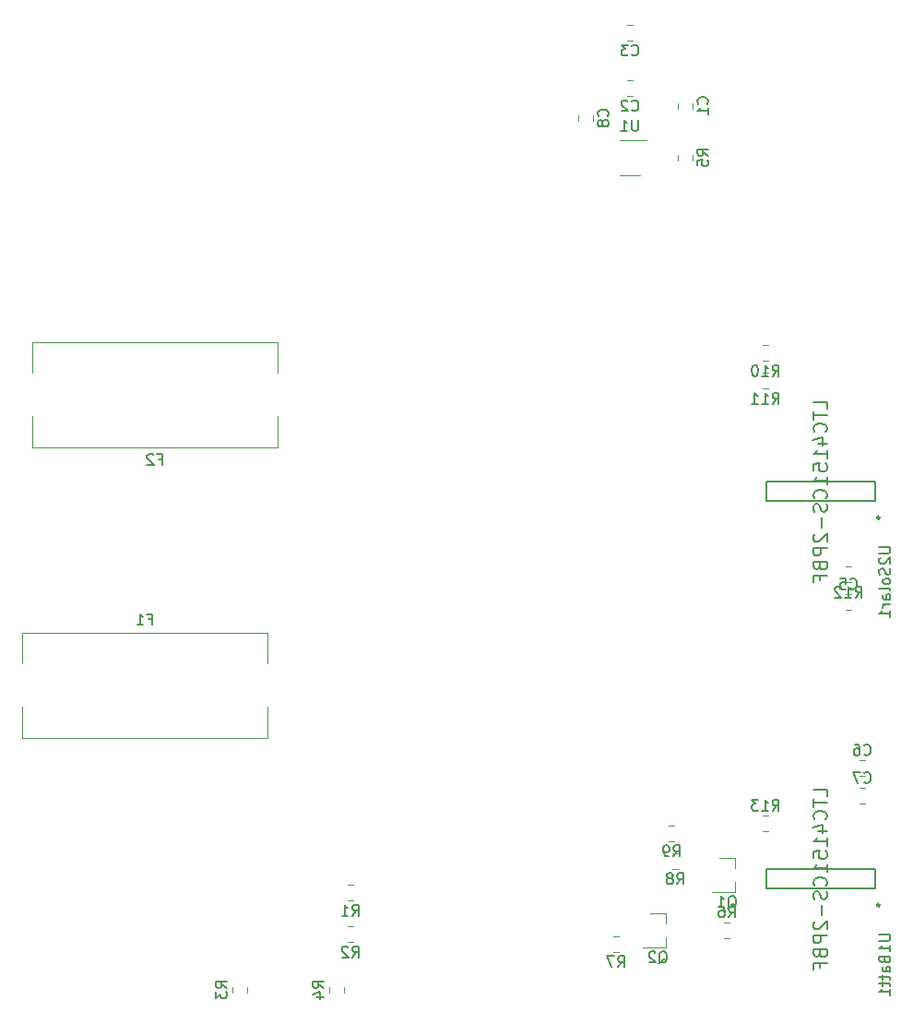
<source format=gbr>
G04 #@! TF.GenerationSoftware,KiCad,Pcbnew,5.0.2+dfsg1-1*
G04 #@! TF.CreationDate,2021-02-19T18:08:43-07:00*
G04 #@! TF.ProjectId,smart_battery,736d6172-745f-4626-9174-746572792e6b,rev?*
G04 #@! TF.SameCoordinates,Original*
G04 #@! TF.FileFunction,Legend,Bot*
G04 #@! TF.FilePolarity,Positive*
%FSLAX46Y46*%
G04 Gerber Fmt 4.6, Leading zero omitted, Abs format (unit mm)*
G04 Created by KiCad (PCBNEW 5.0.2+dfsg1-1) date Fri 19 Feb 2021 06:08:43 PM MST*
%MOMM*%
%LPD*%
G01*
G04 APERTURE LIST*
%ADD10C,0.120000*%
%ADD11C,0.150000*%
%ADD12C,0.249999*%
G04 APERTURE END LIST*
D10*
G04 #@! TO.C,C5*
X109478578Y-75640000D02*
X108961422Y-75640000D01*
X109478578Y-74220000D02*
X108961422Y-74220000D01*
G04 #@! TO.C,C6*
X110748578Y-89460000D02*
X110231422Y-89460000D01*
X110748578Y-90880000D02*
X110231422Y-90880000D01*
G04 #@! TO.C,C7*
X110748578Y-93420000D02*
X110231422Y-93420000D01*
X110748578Y-92000000D02*
X110231422Y-92000000D01*
G04 #@! TO.C,C8*
X85800000Y-30738578D02*
X85800000Y-30221422D01*
X84380000Y-30738578D02*
X84380000Y-30221422D01*
G04 #@! TO.C,F2*
X34290000Y-51080000D02*
X34290000Y-53880000D01*
X34290000Y-51080000D02*
X56790000Y-51080000D01*
X34290000Y-60680000D02*
X56790000Y-60680000D01*
X34290000Y-57880000D02*
X34290000Y-60680000D01*
X56790000Y-57880000D02*
X56790000Y-60680000D01*
X56790000Y-51080000D02*
X56790000Y-53880000D01*
G04 #@! TO.C,F1*
X33380000Y-87350000D02*
X33380000Y-84550000D01*
X33380000Y-80550000D02*
X33380000Y-77750000D01*
X55880000Y-80550000D02*
X55880000Y-77750000D01*
X55880000Y-77750000D02*
X33380000Y-77750000D01*
X55880000Y-87350000D02*
X33380000Y-87350000D01*
X55880000Y-87350000D02*
X55880000Y-84550000D01*
G04 #@! TO.C,R10*
X101341422Y-51360000D02*
X101858578Y-51360000D01*
X101341422Y-52780000D02*
X101858578Y-52780000D01*
G04 #@! TO.C,R11*
X101341422Y-55320000D02*
X101858578Y-55320000D01*
X101341422Y-53900000D02*
X101858578Y-53900000D01*
G04 #@! TO.C,R12*
X108961422Y-71680000D02*
X109478578Y-71680000D01*
X108961422Y-73100000D02*
X109478578Y-73100000D01*
G04 #@! TO.C,R13*
X101858578Y-94540000D02*
X101341422Y-94540000D01*
X101858578Y-95960000D02*
X101341422Y-95960000D01*
G04 #@! TO.C,C2*
X88893322Y-27045700D02*
X89410478Y-27045700D01*
X88893322Y-28465700D02*
X89410478Y-28465700D01*
G04 #@! TO.C,C3*
X88893322Y-21965700D02*
X89410478Y-21965700D01*
X88893322Y-23385700D02*
X89410478Y-23385700D01*
G04 #@! TO.C,C1*
X93521900Y-29616778D02*
X93521900Y-29099622D01*
X94941900Y-29616778D02*
X94941900Y-29099622D01*
G04 #@! TO.C,Q1*
X98822300Y-98377500D02*
X97362300Y-98377500D01*
X98822300Y-101537500D02*
X96662300Y-101537500D01*
X98822300Y-101537500D02*
X98822300Y-100607500D01*
X98822300Y-98377500D02*
X98822300Y-99307500D01*
G04 #@! TO.C,Q2*
X92472300Y-103457000D02*
X91012300Y-103457000D01*
X92472300Y-106617000D02*
X90312300Y-106617000D01*
X92472300Y-106617000D02*
X92472300Y-105687000D01*
X92472300Y-103457000D02*
X92472300Y-104387000D01*
G04 #@! TO.C,U1*
X88251900Y-32495700D02*
X90701900Y-32495700D01*
X90051900Y-35715700D02*
X88251900Y-35715700D01*
G04 #@! TO.C,R2*
X63241422Y-104700000D02*
X63758578Y-104700000D01*
X63241422Y-106120000D02*
X63758578Y-106120000D01*
G04 #@! TO.C,R9*
X92723722Y-95437500D02*
X93240878Y-95437500D01*
X92723722Y-96857500D02*
X93240878Y-96857500D01*
G04 #@! TO.C,R8*
X93056222Y-97977500D02*
X93573378Y-97977500D01*
X93056222Y-99397500D02*
X93573378Y-99397500D01*
G04 #@! TO.C,R6*
X98320878Y-105747000D02*
X97803722Y-105747000D01*
X98320878Y-104327000D02*
X97803722Y-104327000D01*
G04 #@! TO.C,R5*
X93521900Y-34364278D02*
X93521900Y-33847122D01*
X94941900Y-34364278D02*
X94941900Y-33847122D01*
G04 #@! TO.C,R7*
X87643722Y-105597000D02*
X88160878Y-105597000D01*
X87643722Y-107017000D02*
X88160878Y-107017000D01*
G04 #@! TO.C,R4*
X62940000Y-110231422D02*
X62940000Y-110748578D01*
X61520000Y-110231422D02*
X61520000Y-110748578D01*
G04 #@! TO.C,R3*
X54050000Y-110231422D02*
X54050000Y-110748578D01*
X52630000Y-110231422D02*
X52630000Y-110748578D01*
G04 #@! TO.C,R1*
X63241422Y-100890000D02*
X63758578Y-100890000D01*
X63241422Y-102310000D02*
X63758578Y-102310000D01*
D11*
G04 #@! TO.C,U1Batt1*
X101680000Y-101230001D02*
X111680000Y-101230001D01*
X101680000Y-99429999D02*
X111680000Y-99429999D01*
X111680000Y-101230001D02*
X111680000Y-99429999D01*
X101680000Y-101230001D02*
X101680000Y-99429999D01*
D12*
X112100002Y-102730000D02*
G75*
G03X112100002Y-102730000I-125001J0D01*
G01*
D11*
G04 #@! TO.C,U2Solar1*
X101680000Y-65670001D02*
X111680000Y-65670001D01*
X101680000Y-63869999D02*
X111680000Y-63869999D01*
X111680000Y-65670001D02*
X111680000Y-63869999D01*
X101680000Y-65670001D02*
X101680000Y-63869999D01*
D12*
X112100002Y-67170000D02*
G75*
G03X112100002Y-67170000I-125001J0D01*
G01*
G04 #@! TO.C,C5*
D11*
X109386666Y-73637142D02*
X109434285Y-73684761D01*
X109577142Y-73732380D01*
X109672380Y-73732380D01*
X109815238Y-73684761D01*
X109910476Y-73589523D01*
X109958095Y-73494285D01*
X110005714Y-73303809D01*
X110005714Y-73160952D01*
X109958095Y-72970476D01*
X109910476Y-72875238D01*
X109815238Y-72780000D01*
X109672380Y-72732380D01*
X109577142Y-72732380D01*
X109434285Y-72780000D01*
X109386666Y-72827619D01*
X108481904Y-72732380D02*
X108958095Y-72732380D01*
X109005714Y-73208571D01*
X108958095Y-73160952D01*
X108862857Y-73113333D01*
X108624761Y-73113333D01*
X108529523Y-73160952D01*
X108481904Y-73208571D01*
X108434285Y-73303809D01*
X108434285Y-73541904D01*
X108481904Y-73637142D01*
X108529523Y-73684761D01*
X108624761Y-73732380D01*
X108862857Y-73732380D01*
X108958095Y-73684761D01*
X109005714Y-73637142D01*
G04 #@! TO.C,C6*
X110656666Y-88877142D02*
X110704285Y-88924761D01*
X110847142Y-88972380D01*
X110942380Y-88972380D01*
X111085238Y-88924761D01*
X111180476Y-88829523D01*
X111228095Y-88734285D01*
X111275714Y-88543809D01*
X111275714Y-88400952D01*
X111228095Y-88210476D01*
X111180476Y-88115238D01*
X111085238Y-88020000D01*
X110942380Y-87972380D01*
X110847142Y-87972380D01*
X110704285Y-88020000D01*
X110656666Y-88067619D01*
X109799523Y-87972380D02*
X109990000Y-87972380D01*
X110085238Y-88020000D01*
X110132857Y-88067619D01*
X110228095Y-88210476D01*
X110275714Y-88400952D01*
X110275714Y-88781904D01*
X110228095Y-88877142D01*
X110180476Y-88924761D01*
X110085238Y-88972380D01*
X109894761Y-88972380D01*
X109799523Y-88924761D01*
X109751904Y-88877142D01*
X109704285Y-88781904D01*
X109704285Y-88543809D01*
X109751904Y-88448571D01*
X109799523Y-88400952D01*
X109894761Y-88353333D01*
X110085238Y-88353333D01*
X110180476Y-88400952D01*
X110228095Y-88448571D01*
X110275714Y-88543809D01*
G04 #@! TO.C,C7*
X110656666Y-91417142D02*
X110704285Y-91464761D01*
X110847142Y-91512380D01*
X110942380Y-91512380D01*
X111085238Y-91464761D01*
X111180476Y-91369523D01*
X111228095Y-91274285D01*
X111275714Y-91083809D01*
X111275714Y-90940952D01*
X111228095Y-90750476D01*
X111180476Y-90655238D01*
X111085238Y-90560000D01*
X110942380Y-90512380D01*
X110847142Y-90512380D01*
X110704285Y-90560000D01*
X110656666Y-90607619D01*
X110323333Y-90512380D02*
X109656666Y-90512380D01*
X110085238Y-91512380D01*
G04 #@! TO.C,C8*
X87097142Y-30313333D02*
X87144761Y-30265714D01*
X87192380Y-30122857D01*
X87192380Y-30027619D01*
X87144761Y-29884761D01*
X87049523Y-29789523D01*
X86954285Y-29741904D01*
X86763809Y-29694285D01*
X86620952Y-29694285D01*
X86430476Y-29741904D01*
X86335238Y-29789523D01*
X86240000Y-29884761D01*
X86192380Y-30027619D01*
X86192380Y-30122857D01*
X86240000Y-30265714D01*
X86287619Y-30313333D01*
X86620952Y-30884761D02*
X86573333Y-30789523D01*
X86525714Y-30741904D01*
X86430476Y-30694285D01*
X86382857Y-30694285D01*
X86287619Y-30741904D01*
X86240000Y-30789523D01*
X86192380Y-30884761D01*
X86192380Y-31075238D01*
X86240000Y-31170476D01*
X86287619Y-31218095D01*
X86382857Y-31265714D01*
X86430476Y-31265714D01*
X86525714Y-31218095D01*
X86573333Y-31170476D01*
X86620952Y-31075238D01*
X86620952Y-30884761D01*
X86668571Y-30789523D01*
X86716190Y-30741904D01*
X86811428Y-30694285D01*
X87001904Y-30694285D01*
X87097142Y-30741904D01*
X87144761Y-30789523D01*
X87192380Y-30884761D01*
X87192380Y-31075238D01*
X87144761Y-31170476D01*
X87097142Y-31218095D01*
X87001904Y-31265714D01*
X86811428Y-31265714D01*
X86716190Y-31218095D01*
X86668571Y-31170476D01*
X86620952Y-31075238D01*
G04 #@! TO.C,F2*
X45873333Y-61808571D02*
X46206666Y-61808571D01*
X46206666Y-62332380D02*
X46206666Y-61332380D01*
X45730476Y-61332380D01*
X45397142Y-61427619D02*
X45349523Y-61380000D01*
X45254285Y-61332380D01*
X45016190Y-61332380D01*
X44920952Y-61380000D01*
X44873333Y-61427619D01*
X44825714Y-61522857D01*
X44825714Y-61618095D01*
X44873333Y-61760952D01*
X45444761Y-62332380D01*
X44825714Y-62332380D01*
G04 #@! TO.C,F1*
X44963333Y-76478571D02*
X45296666Y-76478571D01*
X45296666Y-77002380D02*
X45296666Y-76002380D01*
X44820476Y-76002380D01*
X43915714Y-77002380D02*
X44487142Y-77002380D01*
X44201428Y-77002380D02*
X44201428Y-76002380D01*
X44296666Y-76145238D01*
X44391904Y-76240476D01*
X44487142Y-76288095D01*
G04 #@! TO.C,R10*
X102242857Y-54172380D02*
X102576190Y-53696190D01*
X102814285Y-54172380D02*
X102814285Y-53172380D01*
X102433333Y-53172380D01*
X102338095Y-53220000D01*
X102290476Y-53267619D01*
X102242857Y-53362857D01*
X102242857Y-53505714D01*
X102290476Y-53600952D01*
X102338095Y-53648571D01*
X102433333Y-53696190D01*
X102814285Y-53696190D01*
X101290476Y-54172380D02*
X101861904Y-54172380D01*
X101576190Y-54172380D02*
X101576190Y-53172380D01*
X101671428Y-53315238D01*
X101766666Y-53410476D01*
X101861904Y-53458095D01*
X100671428Y-53172380D02*
X100576190Y-53172380D01*
X100480952Y-53220000D01*
X100433333Y-53267619D01*
X100385714Y-53362857D01*
X100338095Y-53553333D01*
X100338095Y-53791428D01*
X100385714Y-53981904D01*
X100433333Y-54077142D01*
X100480952Y-54124761D01*
X100576190Y-54172380D01*
X100671428Y-54172380D01*
X100766666Y-54124761D01*
X100814285Y-54077142D01*
X100861904Y-53981904D01*
X100909523Y-53791428D01*
X100909523Y-53553333D01*
X100861904Y-53362857D01*
X100814285Y-53267619D01*
X100766666Y-53220000D01*
X100671428Y-53172380D01*
G04 #@! TO.C,R11*
X102242857Y-56712380D02*
X102576190Y-56236190D01*
X102814285Y-56712380D02*
X102814285Y-55712380D01*
X102433333Y-55712380D01*
X102338095Y-55760000D01*
X102290476Y-55807619D01*
X102242857Y-55902857D01*
X102242857Y-56045714D01*
X102290476Y-56140952D01*
X102338095Y-56188571D01*
X102433333Y-56236190D01*
X102814285Y-56236190D01*
X101290476Y-56712380D02*
X101861904Y-56712380D01*
X101576190Y-56712380D02*
X101576190Y-55712380D01*
X101671428Y-55855238D01*
X101766666Y-55950476D01*
X101861904Y-55998095D01*
X100338095Y-56712380D02*
X100909523Y-56712380D01*
X100623809Y-56712380D02*
X100623809Y-55712380D01*
X100719047Y-55855238D01*
X100814285Y-55950476D01*
X100909523Y-55998095D01*
G04 #@! TO.C,R12*
X109862857Y-74492380D02*
X110196190Y-74016190D01*
X110434285Y-74492380D02*
X110434285Y-73492380D01*
X110053333Y-73492380D01*
X109958095Y-73540000D01*
X109910476Y-73587619D01*
X109862857Y-73682857D01*
X109862857Y-73825714D01*
X109910476Y-73920952D01*
X109958095Y-73968571D01*
X110053333Y-74016190D01*
X110434285Y-74016190D01*
X108910476Y-74492380D02*
X109481904Y-74492380D01*
X109196190Y-74492380D02*
X109196190Y-73492380D01*
X109291428Y-73635238D01*
X109386666Y-73730476D01*
X109481904Y-73778095D01*
X108529523Y-73587619D02*
X108481904Y-73540000D01*
X108386666Y-73492380D01*
X108148571Y-73492380D01*
X108053333Y-73540000D01*
X108005714Y-73587619D01*
X107958095Y-73682857D01*
X107958095Y-73778095D01*
X108005714Y-73920952D01*
X108577142Y-74492380D01*
X107958095Y-74492380D01*
G04 #@! TO.C,R13*
X102242857Y-94052380D02*
X102576190Y-93576190D01*
X102814285Y-94052380D02*
X102814285Y-93052380D01*
X102433333Y-93052380D01*
X102338095Y-93100000D01*
X102290476Y-93147619D01*
X102242857Y-93242857D01*
X102242857Y-93385714D01*
X102290476Y-93480952D01*
X102338095Y-93528571D01*
X102433333Y-93576190D01*
X102814285Y-93576190D01*
X101290476Y-94052380D02*
X101861904Y-94052380D01*
X101576190Y-94052380D02*
X101576190Y-93052380D01*
X101671428Y-93195238D01*
X101766666Y-93290476D01*
X101861904Y-93338095D01*
X100957142Y-93052380D02*
X100338095Y-93052380D01*
X100671428Y-93433333D01*
X100528571Y-93433333D01*
X100433333Y-93480952D01*
X100385714Y-93528571D01*
X100338095Y-93623809D01*
X100338095Y-93861904D01*
X100385714Y-93957142D01*
X100433333Y-94004761D01*
X100528571Y-94052380D01*
X100814285Y-94052380D01*
X100909523Y-94004761D01*
X100957142Y-93957142D01*
G04 #@! TO.C,C2*
X89318566Y-29762842D02*
X89366185Y-29810461D01*
X89509042Y-29858080D01*
X89604280Y-29858080D01*
X89747138Y-29810461D01*
X89842376Y-29715223D01*
X89889995Y-29619985D01*
X89937614Y-29429509D01*
X89937614Y-29286652D01*
X89889995Y-29096176D01*
X89842376Y-29000938D01*
X89747138Y-28905700D01*
X89604280Y-28858080D01*
X89509042Y-28858080D01*
X89366185Y-28905700D01*
X89318566Y-28953319D01*
X88937614Y-28953319D02*
X88889995Y-28905700D01*
X88794757Y-28858080D01*
X88556661Y-28858080D01*
X88461423Y-28905700D01*
X88413804Y-28953319D01*
X88366185Y-29048557D01*
X88366185Y-29143795D01*
X88413804Y-29286652D01*
X88985233Y-29858080D01*
X88366185Y-29858080D01*
G04 #@! TO.C,C3*
X89318566Y-24682842D02*
X89366185Y-24730461D01*
X89509042Y-24778080D01*
X89604280Y-24778080D01*
X89747138Y-24730461D01*
X89842376Y-24635223D01*
X89889995Y-24539985D01*
X89937614Y-24349509D01*
X89937614Y-24206652D01*
X89889995Y-24016176D01*
X89842376Y-23920938D01*
X89747138Y-23825700D01*
X89604280Y-23778080D01*
X89509042Y-23778080D01*
X89366185Y-23825700D01*
X89318566Y-23873319D01*
X88985233Y-23778080D02*
X88366185Y-23778080D01*
X88699519Y-24159033D01*
X88556661Y-24159033D01*
X88461423Y-24206652D01*
X88413804Y-24254271D01*
X88366185Y-24349509D01*
X88366185Y-24587604D01*
X88413804Y-24682842D01*
X88461423Y-24730461D01*
X88556661Y-24778080D01*
X88842376Y-24778080D01*
X88937614Y-24730461D01*
X88985233Y-24682842D01*
G04 #@! TO.C,C1*
X96239042Y-29191533D02*
X96286661Y-29143914D01*
X96334280Y-29001057D01*
X96334280Y-28905819D01*
X96286661Y-28762961D01*
X96191423Y-28667723D01*
X96096185Y-28620104D01*
X95905709Y-28572485D01*
X95762852Y-28572485D01*
X95572376Y-28620104D01*
X95477138Y-28667723D01*
X95381900Y-28762961D01*
X95334280Y-28905819D01*
X95334280Y-29001057D01*
X95381900Y-29143914D01*
X95429519Y-29191533D01*
X96334280Y-30143914D02*
X96334280Y-29572485D01*
X96334280Y-29858200D02*
X95334280Y-29858200D01*
X95477138Y-29762961D01*
X95572376Y-29667723D01*
X95619995Y-29572485D01*
G04 #@! TO.C,Q1*
X98157538Y-103005119D02*
X98252776Y-102957500D01*
X98348014Y-102862261D01*
X98490871Y-102719404D01*
X98586109Y-102671785D01*
X98681347Y-102671785D01*
X98633728Y-102909880D02*
X98728966Y-102862261D01*
X98824204Y-102767023D01*
X98871823Y-102576547D01*
X98871823Y-102243214D01*
X98824204Y-102052738D01*
X98728966Y-101957500D01*
X98633728Y-101909880D01*
X98443252Y-101909880D01*
X98348014Y-101957500D01*
X98252776Y-102052738D01*
X98205157Y-102243214D01*
X98205157Y-102576547D01*
X98252776Y-102767023D01*
X98348014Y-102862261D01*
X98443252Y-102909880D01*
X98633728Y-102909880D01*
X97252776Y-102909880D02*
X97824204Y-102909880D01*
X97538490Y-102909880D02*
X97538490Y-101909880D01*
X97633728Y-102052738D01*
X97728966Y-102147976D01*
X97824204Y-102195595D01*
G04 #@! TO.C,Q2*
X91807538Y-108084619D02*
X91902776Y-108037000D01*
X91998014Y-107941761D01*
X92140871Y-107798904D01*
X92236109Y-107751285D01*
X92331347Y-107751285D01*
X92283728Y-107989380D02*
X92378966Y-107941761D01*
X92474204Y-107846523D01*
X92521823Y-107656047D01*
X92521823Y-107322714D01*
X92474204Y-107132238D01*
X92378966Y-107037000D01*
X92283728Y-106989380D01*
X92093252Y-106989380D01*
X91998014Y-107037000D01*
X91902776Y-107132238D01*
X91855157Y-107322714D01*
X91855157Y-107656047D01*
X91902776Y-107846523D01*
X91998014Y-107941761D01*
X92093252Y-107989380D01*
X92283728Y-107989380D01*
X91474204Y-107084619D02*
X91426585Y-107037000D01*
X91331347Y-106989380D01*
X91093252Y-106989380D01*
X90998014Y-107037000D01*
X90950395Y-107084619D01*
X90902776Y-107179857D01*
X90902776Y-107275095D01*
X90950395Y-107417952D01*
X91521823Y-107989380D01*
X90902776Y-107989380D01*
G04 #@! TO.C,U1*
X89913804Y-30658080D02*
X89913804Y-31467604D01*
X89866185Y-31562842D01*
X89818566Y-31610461D01*
X89723328Y-31658080D01*
X89532852Y-31658080D01*
X89437614Y-31610461D01*
X89389995Y-31562842D01*
X89342376Y-31467604D01*
X89342376Y-30658080D01*
X88342376Y-31658080D02*
X88913804Y-31658080D01*
X88628090Y-31658080D02*
X88628090Y-30658080D01*
X88723328Y-30800938D01*
X88818566Y-30896176D01*
X88913804Y-30943795D01*
G04 #@! TO.C,R2*
X63666666Y-107512380D02*
X64000000Y-107036190D01*
X64238095Y-107512380D02*
X64238095Y-106512380D01*
X63857142Y-106512380D01*
X63761904Y-106560000D01*
X63714285Y-106607619D01*
X63666666Y-106702857D01*
X63666666Y-106845714D01*
X63714285Y-106940952D01*
X63761904Y-106988571D01*
X63857142Y-107036190D01*
X64238095Y-107036190D01*
X63285714Y-106607619D02*
X63238095Y-106560000D01*
X63142857Y-106512380D01*
X62904761Y-106512380D01*
X62809523Y-106560000D01*
X62761904Y-106607619D01*
X62714285Y-106702857D01*
X62714285Y-106798095D01*
X62761904Y-106940952D01*
X63333333Y-107512380D01*
X62714285Y-107512380D01*
G04 #@! TO.C,R9*
X93148966Y-98249880D02*
X93482300Y-97773690D01*
X93720395Y-98249880D02*
X93720395Y-97249880D01*
X93339442Y-97249880D01*
X93244204Y-97297500D01*
X93196585Y-97345119D01*
X93148966Y-97440357D01*
X93148966Y-97583214D01*
X93196585Y-97678452D01*
X93244204Y-97726071D01*
X93339442Y-97773690D01*
X93720395Y-97773690D01*
X92672776Y-98249880D02*
X92482300Y-98249880D01*
X92387061Y-98202261D01*
X92339442Y-98154642D01*
X92244204Y-98011785D01*
X92196585Y-97821309D01*
X92196585Y-97440357D01*
X92244204Y-97345119D01*
X92291823Y-97297500D01*
X92387061Y-97249880D01*
X92577538Y-97249880D01*
X92672776Y-97297500D01*
X92720395Y-97345119D01*
X92768014Y-97440357D01*
X92768014Y-97678452D01*
X92720395Y-97773690D01*
X92672776Y-97821309D01*
X92577538Y-97868928D01*
X92387061Y-97868928D01*
X92291823Y-97821309D01*
X92244204Y-97773690D01*
X92196585Y-97678452D01*
G04 #@! TO.C,R8*
X93481466Y-100789880D02*
X93814800Y-100313690D01*
X94052895Y-100789880D02*
X94052895Y-99789880D01*
X93671942Y-99789880D01*
X93576704Y-99837500D01*
X93529085Y-99885119D01*
X93481466Y-99980357D01*
X93481466Y-100123214D01*
X93529085Y-100218452D01*
X93576704Y-100266071D01*
X93671942Y-100313690D01*
X94052895Y-100313690D01*
X92910038Y-100218452D02*
X93005276Y-100170833D01*
X93052895Y-100123214D01*
X93100514Y-100027976D01*
X93100514Y-99980357D01*
X93052895Y-99885119D01*
X93005276Y-99837500D01*
X92910038Y-99789880D01*
X92719561Y-99789880D01*
X92624323Y-99837500D01*
X92576704Y-99885119D01*
X92529085Y-99980357D01*
X92529085Y-100027976D01*
X92576704Y-100123214D01*
X92624323Y-100170833D01*
X92719561Y-100218452D01*
X92910038Y-100218452D01*
X93005276Y-100266071D01*
X93052895Y-100313690D01*
X93100514Y-100408928D01*
X93100514Y-100599404D01*
X93052895Y-100694642D01*
X93005276Y-100742261D01*
X92910038Y-100789880D01*
X92719561Y-100789880D01*
X92624323Y-100742261D01*
X92576704Y-100694642D01*
X92529085Y-100599404D01*
X92529085Y-100408928D01*
X92576704Y-100313690D01*
X92624323Y-100266071D01*
X92719561Y-100218452D01*
G04 #@! TO.C,R6*
X98228966Y-103839380D02*
X98562300Y-103363190D01*
X98800395Y-103839380D02*
X98800395Y-102839380D01*
X98419442Y-102839380D01*
X98324204Y-102887000D01*
X98276585Y-102934619D01*
X98228966Y-103029857D01*
X98228966Y-103172714D01*
X98276585Y-103267952D01*
X98324204Y-103315571D01*
X98419442Y-103363190D01*
X98800395Y-103363190D01*
X97371823Y-102839380D02*
X97562300Y-102839380D01*
X97657538Y-102887000D01*
X97705157Y-102934619D01*
X97800395Y-103077476D01*
X97848014Y-103267952D01*
X97848014Y-103648904D01*
X97800395Y-103744142D01*
X97752776Y-103791761D01*
X97657538Y-103839380D01*
X97467061Y-103839380D01*
X97371823Y-103791761D01*
X97324204Y-103744142D01*
X97276585Y-103648904D01*
X97276585Y-103410809D01*
X97324204Y-103315571D01*
X97371823Y-103267952D01*
X97467061Y-103220333D01*
X97657538Y-103220333D01*
X97752776Y-103267952D01*
X97800395Y-103315571D01*
X97848014Y-103410809D01*
G04 #@! TO.C,R5*
X96334280Y-33939033D02*
X95858090Y-33605700D01*
X96334280Y-33367604D02*
X95334280Y-33367604D01*
X95334280Y-33748557D01*
X95381900Y-33843795D01*
X95429519Y-33891414D01*
X95524757Y-33939033D01*
X95667614Y-33939033D01*
X95762852Y-33891414D01*
X95810471Y-33843795D01*
X95858090Y-33748557D01*
X95858090Y-33367604D01*
X95334280Y-34843795D02*
X95334280Y-34367604D01*
X95810471Y-34319985D01*
X95762852Y-34367604D01*
X95715233Y-34462842D01*
X95715233Y-34700938D01*
X95762852Y-34796176D01*
X95810471Y-34843795D01*
X95905709Y-34891414D01*
X96143804Y-34891414D01*
X96239042Y-34843795D01*
X96286661Y-34796176D01*
X96334280Y-34700938D01*
X96334280Y-34462842D01*
X96286661Y-34367604D01*
X96239042Y-34319985D01*
G04 #@! TO.C,R7*
X88068966Y-108409380D02*
X88402300Y-107933190D01*
X88640395Y-108409380D02*
X88640395Y-107409380D01*
X88259442Y-107409380D01*
X88164204Y-107457000D01*
X88116585Y-107504619D01*
X88068966Y-107599857D01*
X88068966Y-107742714D01*
X88116585Y-107837952D01*
X88164204Y-107885571D01*
X88259442Y-107933190D01*
X88640395Y-107933190D01*
X87735633Y-107409380D02*
X87068966Y-107409380D01*
X87497538Y-108409380D01*
G04 #@! TO.C,R4*
X61032380Y-110323333D02*
X60556190Y-109990000D01*
X61032380Y-109751904D02*
X60032380Y-109751904D01*
X60032380Y-110132857D01*
X60080000Y-110228095D01*
X60127619Y-110275714D01*
X60222857Y-110323333D01*
X60365714Y-110323333D01*
X60460952Y-110275714D01*
X60508571Y-110228095D01*
X60556190Y-110132857D01*
X60556190Y-109751904D01*
X60365714Y-111180476D02*
X61032380Y-111180476D01*
X59984761Y-110942380D02*
X60699047Y-110704285D01*
X60699047Y-111323333D01*
G04 #@! TO.C,R3*
X52142380Y-110323333D02*
X51666190Y-109990000D01*
X52142380Y-109751904D02*
X51142380Y-109751904D01*
X51142380Y-110132857D01*
X51190000Y-110228095D01*
X51237619Y-110275714D01*
X51332857Y-110323333D01*
X51475714Y-110323333D01*
X51570952Y-110275714D01*
X51618571Y-110228095D01*
X51666190Y-110132857D01*
X51666190Y-109751904D01*
X51142380Y-110656666D02*
X51142380Y-111275714D01*
X51523333Y-110942380D01*
X51523333Y-111085238D01*
X51570952Y-111180476D01*
X51618571Y-111228095D01*
X51713809Y-111275714D01*
X51951904Y-111275714D01*
X52047142Y-111228095D01*
X52094761Y-111180476D01*
X52142380Y-111085238D01*
X52142380Y-110799523D01*
X52094761Y-110704285D01*
X52047142Y-110656666D01*
G04 #@! TO.C,R1*
X63666666Y-103702380D02*
X64000000Y-103226190D01*
X64238095Y-103702380D02*
X64238095Y-102702380D01*
X63857142Y-102702380D01*
X63761904Y-102750000D01*
X63714285Y-102797619D01*
X63666666Y-102892857D01*
X63666666Y-103035714D01*
X63714285Y-103130952D01*
X63761904Y-103178571D01*
X63857142Y-103226190D01*
X64238095Y-103226190D01*
X62714285Y-103702380D02*
X63285714Y-103702380D01*
X63000000Y-103702380D02*
X63000000Y-102702380D01*
X63095238Y-102845238D01*
X63190476Y-102940476D01*
X63285714Y-102988095D01*
G04 #@! TO.C,U1Batt1*
X112052382Y-105415595D02*
X112861906Y-105415595D01*
X112957144Y-105463214D01*
X113004763Y-105510833D01*
X113052382Y-105606071D01*
X113052382Y-105796547D01*
X113004763Y-105891785D01*
X112957144Y-105939404D01*
X112861906Y-105987023D01*
X112052382Y-105987023D01*
X113052382Y-106987023D02*
X113052382Y-106415595D01*
X113052382Y-106701309D02*
X112052382Y-106701309D01*
X112195240Y-106606071D01*
X112290478Y-106510833D01*
X112338097Y-106415595D01*
X112528573Y-107748928D02*
X112576192Y-107891785D01*
X112623811Y-107939404D01*
X112719049Y-107987023D01*
X112861906Y-107987023D01*
X112957144Y-107939404D01*
X113004763Y-107891785D01*
X113052382Y-107796547D01*
X113052382Y-107415595D01*
X112052382Y-107415595D01*
X112052382Y-107748928D01*
X112100002Y-107844166D01*
X112147621Y-107891785D01*
X112242859Y-107939404D01*
X112338097Y-107939404D01*
X112433335Y-107891785D01*
X112480954Y-107844166D01*
X112528573Y-107748928D01*
X112528573Y-107415595D01*
X113052382Y-108844166D02*
X112528573Y-108844166D01*
X112433335Y-108796547D01*
X112385716Y-108701309D01*
X112385716Y-108510833D01*
X112433335Y-108415595D01*
X113004763Y-108844166D02*
X113052382Y-108748928D01*
X113052382Y-108510833D01*
X113004763Y-108415595D01*
X112909525Y-108367976D01*
X112814287Y-108367976D01*
X112719049Y-108415595D01*
X112671430Y-108510833D01*
X112671430Y-108748928D01*
X112623811Y-108844166D01*
X112385716Y-109177500D02*
X112385716Y-109558452D01*
X112052382Y-109320357D02*
X112909525Y-109320357D01*
X113004763Y-109367976D01*
X113052382Y-109463214D01*
X113052382Y-109558452D01*
X112385716Y-109748928D02*
X112385716Y-110129880D01*
X112052382Y-109891785D02*
X112909525Y-109891785D01*
X113004763Y-109939404D01*
X113052382Y-110034642D01*
X113052382Y-110129880D01*
X113052382Y-110987023D02*
X113052382Y-110415595D01*
X113052382Y-110701309D02*
X112052382Y-110701309D01*
X112195240Y-110606071D01*
X112290478Y-110510833D01*
X112338097Y-110415595D01*
X107254523Y-92740238D02*
X107254523Y-92135476D01*
X105984523Y-92135476D01*
X105984523Y-92982142D02*
X105984523Y-93707857D01*
X107254523Y-93345000D02*
X105984523Y-93345000D01*
X107133571Y-94856904D02*
X107194047Y-94796428D01*
X107254523Y-94615000D01*
X107254523Y-94494047D01*
X107194047Y-94312619D01*
X107073095Y-94191666D01*
X106952142Y-94131190D01*
X106710238Y-94070714D01*
X106528809Y-94070714D01*
X106286904Y-94131190D01*
X106165952Y-94191666D01*
X106045000Y-94312619D01*
X105984523Y-94494047D01*
X105984523Y-94615000D01*
X106045000Y-94796428D01*
X106105476Y-94856904D01*
X106407857Y-95945476D02*
X107254523Y-95945476D01*
X105924047Y-95643095D02*
X106831190Y-95340714D01*
X106831190Y-96126904D01*
X107254523Y-97275952D02*
X107254523Y-96550238D01*
X107254523Y-96913095D02*
X105984523Y-96913095D01*
X106165952Y-96792142D01*
X106286904Y-96671190D01*
X106347380Y-96550238D01*
X105984523Y-98425000D02*
X105984523Y-97820238D01*
X106589285Y-97759761D01*
X106528809Y-97820238D01*
X106468333Y-97941190D01*
X106468333Y-98243571D01*
X106528809Y-98364523D01*
X106589285Y-98425000D01*
X106710238Y-98485476D01*
X107012619Y-98485476D01*
X107133571Y-98425000D01*
X107194047Y-98364523D01*
X107254523Y-98243571D01*
X107254523Y-97941190D01*
X107194047Y-97820238D01*
X107133571Y-97759761D01*
X107254523Y-99695000D02*
X107254523Y-98969285D01*
X107254523Y-99332142D02*
X105984523Y-99332142D01*
X106165952Y-99211190D01*
X106286904Y-99090238D01*
X106347380Y-98969285D01*
X107133571Y-100965000D02*
X107194047Y-100904523D01*
X107254523Y-100723095D01*
X107254523Y-100602142D01*
X107194047Y-100420714D01*
X107073095Y-100299761D01*
X106952142Y-100239285D01*
X106710238Y-100178809D01*
X106528809Y-100178809D01*
X106286904Y-100239285D01*
X106165952Y-100299761D01*
X106045000Y-100420714D01*
X105984523Y-100602142D01*
X105984523Y-100723095D01*
X106045000Y-100904523D01*
X106105476Y-100965000D01*
X107194047Y-101448809D02*
X107254523Y-101630238D01*
X107254523Y-101932619D01*
X107194047Y-102053571D01*
X107133571Y-102114047D01*
X107012619Y-102174523D01*
X106891666Y-102174523D01*
X106770714Y-102114047D01*
X106710238Y-102053571D01*
X106649761Y-101932619D01*
X106589285Y-101690714D01*
X106528809Y-101569761D01*
X106468333Y-101509285D01*
X106347380Y-101448809D01*
X106226428Y-101448809D01*
X106105476Y-101509285D01*
X106045000Y-101569761D01*
X105984523Y-101690714D01*
X105984523Y-101993095D01*
X106045000Y-102174523D01*
X106770714Y-102718809D02*
X106770714Y-103686428D01*
X106105476Y-104230714D02*
X106045000Y-104291190D01*
X105984523Y-104412142D01*
X105984523Y-104714523D01*
X106045000Y-104835476D01*
X106105476Y-104895952D01*
X106226428Y-104956428D01*
X106347380Y-104956428D01*
X106528809Y-104895952D01*
X107254523Y-104170238D01*
X107254523Y-104956428D01*
X107254523Y-105500714D02*
X105984523Y-105500714D01*
X105984523Y-105984523D01*
X106045000Y-106105476D01*
X106105476Y-106165952D01*
X106226428Y-106226428D01*
X106407857Y-106226428D01*
X106528809Y-106165952D01*
X106589285Y-106105476D01*
X106649761Y-105984523D01*
X106649761Y-105500714D01*
X106589285Y-107194047D02*
X106649761Y-107375476D01*
X106710238Y-107435952D01*
X106831190Y-107496428D01*
X107012619Y-107496428D01*
X107133571Y-107435952D01*
X107194047Y-107375476D01*
X107254523Y-107254523D01*
X107254523Y-106770714D01*
X105984523Y-106770714D01*
X105984523Y-107194047D01*
X106045000Y-107315000D01*
X106105476Y-107375476D01*
X106226428Y-107435952D01*
X106347380Y-107435952D01*
X106468333Y-107375476D01*
X106528809Y-107315000D01*
X106589285Y-107194047D01*
X106589285Y-106770714D01*
X106589285Y-108464047D02*
X106589285Y-108040714D01*
X107254523Y-108040714D02*
X105984523Y-108040714D01*
X105984523Y-108645476D01*
G04 #@! TO.C,U2Solar1*
X112052382Y-69855595D02*
X112861906Y-69855595D01*
X112957144Y-69903214D01*
X113004763Y-69950833D01*
X113052382Y-70046071D01*
X113052382Y-70236547D01*
X113004763Y-70331785D01*
X112957144Y-70379404D01*
X112861906Y-70427023D01*
X112052382Y-70427023D01*
X112147621Y-70855595D02*
X112100002Y-70903214D01*
X112052382Y-70998452D01*
X112052382Y-71236547D01*
X112100002Y-71331785D01*
X112147621Y-71379404D01*
X112242859Y-71427023D01*
X112338097Y-71427023D01*
X112480954Y-71379404D01*
X113052382Y-70807976D01*
X113052382Y-71427023D01*
X113004763Y-71807976D02*
X113052382Y-71950833D01*
X113052382Y-72188928D01*
X113004763Y-72284166D01*
X112957144Y-72331785D01*
X112861906Y-72379404D01*
X112766668Y-72379404D01*
X112671430Y-72331785D01*
X112623811Y-72284166D01*
X112576192Y-72188928D01*
X112528573Y-71998452D01*
X112480954Y-71903214D01*
X112433335Y-71855595D01*
X112338097Y-71807976D01*
X112242859Y-71807976D01*
X112147621Y-71855595D01*
X112100002Y-71903214D01*
X112052382Y-71998452D01*
X112052382Y-72236547D01*
X112100002Y-72379404D01*
X113052382Y-72950833D02*
X113004763Y-72855595D01*
X112957144Y-72807976D01*
X112861906Y-72760357D01*
X112576192Y-72760357D01*
X112480954Y-72807976D01*
X112433335Y-72855595D01*
X112385716Y-72950833D01*
X112385716Y-73093690D01*
X112433335Y-73188928D01*
X112480954Y-73236547D01*
X112576192Y-73284166D01*
X112861906Y-73284166D01*
X112957144Y-73236547D01*
X113004763Y-73188928D01*
X113052382Y-73093690D01*
X113052382Y-72950833D01*
X113052382Y-73855595D02*
X113004763Y-73760357D01*
X112909525Y-73712738D01*
X112052382Y-73712738D01*
X113052382Y-74665119D02*
X112528573Y-74665119D01*
X112433335Y-74617500D01*
X112385716Y-74522261D01*
X112385716Y-74331785D01*
X112433335Y-74236547D01*
X113004763Y-74665119D02*
X113052382Y-74569880D01*
X113052382Y-74331785D01*
X113004763Y-74236547D01*
X112909525Y-74188928D01*
X112814287Y-74188928D01*
X112719049Y-74236547D01*
X112671430Y-74331785D01*
X112671430Y-74569880D01*
X112623811Y-74665119D01*
X113052382Y-75141309D02*
X112385716Y-75141309D01*
X112576192Y-75141309D02*
X112480954Y-75188928D01*
X112433335Y-75236547D01*
X112385716Y-75331785D01*
X112385716Y-75427023D01*
X113052382Y-76284166D02*
X113052382Y-75712738D01*
X113052382Y-75998452D02*
X112052382Y-75998452D01*
X112195240Y-75903214D01*
X112290478Y-75807976D01*
X112338097Y-75712738D01*
X107254523Y-57180238D02*
X107254523Y-56575476D01*
X105984523Y-56575476D01*
X105984523Y-57422142D02*
X105984523Y-58147857D01*
X107254523Y-57785000D02*
X105984523Y-57785000D01*
X107133571Y-59296904D02*
X107194047Y-59236428D01*
X107254523Y-59055000D01*
X107254523Y-58934047D01*
X107194047Y-58752619D01*
X107073095Y-58631666D01*
X106952142Y-58571190D01*
X106710238Y-58510714D01*
X106528809Y-58510714D01*
X106286904Y-58571190D01*
X106165952Y-58631666D01*
X106045000Y-58752619D01*
X105984523Y-58934047D01*
X105984523Y-59055000D01*
X106045000Y-59236428D01*
X106105476Y-59296904D01*
X106407857Y-60385476D02*
X107254523Y-60385476D01*
X105924047Y-60083095D02*
X106831190Y-59780714D01*
X106831190Y-60566904D01*
X107254523Y-61715952D02*
X107254523Y-60990238D01*
X107254523Y-61353095D02*
X105984523Y-61353095D01*
X106165952Y-61232142D01*
X106286904Y-61111190D01*
X106347380Y-60990238D01*
X105984523Y-62865000D02*
X105984523Y-62260238D01*
X106589285Y-62199761D01*
X106528809Y-62260238D01*
X106468333Y-62381190D01*
X106468333Y-62683571D01*
X106528809Y-62804523D01*
X106589285Y-62865000D01*
X106710238Y-62925476D01*
X107012619Y-62925476D01*
X107133571Y-62865000D01*
X107194047Y-62804523D01*
X107254523Y-62683571D01*
X107254523Y-62381190D01*
X107194047Y-62260238D01*
X107133571Y-62199761D01*
X107254523Y-64135000D02*
X107254523Y-63409285D01*
X107254523Y-63772142D02*
X105984523Y-63772142D01*
X106165952Y-63651190D01*
X106286904Y-63530238D01*
X106347380Y-63409285D01*
X107133571Y-65405000D02*
X107194047Y-65344523D01*
X107254523Y-65163095D01*
X107254523Y-65042142D01*
X107194047Y-64860714D01*
X107073095Y-64739761D01*
X106952142Y-64679285D01*
X106710238Y-64618809D01*
X106528809Y-64618809D01*
X106286904Y-64679285D01*
X106165952Y-64739761D01*
X106045000Y-64860714D01*
X105984523Y-65042142D01*
X105984523Y-65163095D01*
X106045000Y-65344523D01*
X106105476Y-65405000D01*
X107194047Y-65888809D02*
X107254523Y-66070238D01*
X107254523Y-66372619D01*
X107194047Y-66493571D01*
X107133571Y-66554047D01*
X107012619Y-66614523D01*
X106891666Y-66614523D01*
X106770714Y-66554047D01*
X106710238Y-66493571D01*
X106649761Y-66372619D01*
X106589285Y-66130714D01*
X106528809Y-66009761D01*
X106468333Y-65949285D01*
X106347380Y-65888809D01*
X106226428Y-65888809D01*
X106105476Y-65949285D01*
X106045000Y-66009761D01*
X105984523Y-66130714D01*
X105984523Y-66433095D01*
X106045000Y-66614523D01*
X106770714Y-67158809D02*
X106770714Y-68126428D01*
X106105476Y-68670714D02*
X106045000Y-68731190D01*
X105984523Y-68852142D01*
X105984523Y-69154523D01*
X106045000Y-69275476D01*
X106105476Y-69335952D01*
X106226428Y-69396428D01*
X106347380Y-69396428D01*
X106528809Y-69335952D01*
X107254523Y-68610238D01*
X107254523Y-69396428D01*
X107254523Y-69940714D02*
X105984523Y-69940714D01*
X105984523Y-70424523D01*
X106045000Y-70545476D01*
X106105476Y-70605952D01*
X106226428Y-70666428D01*
X106407857Y-70666428D01*
X106528809Y-70605952D01*
X106589285Y-70545476D01*
X106649761Y-70424523D01*
X106649761Y-69940714D01*
X106589285Y-71634047D02*
X106649761Y-71815476D01*
X106710238Y-71875952D01*
X106831190Y-71936428D01*
X107012619Y-71936428D01*
X107133571Y-71875952D01*
X107194047Y-71815476D01*
X107254523Y-71694523D01*
X107254523Y-71210714D01*
X105984523Y-71210714D01*
X105984523Y-71634047D01*
X106045000Y-71755000D01*
X106105476Y-71815476D01*
X106226428Y-71875952D01*
X106347380Y-71875952D01*
X106468333Y-71815476D01*
X106528809Y-71755000D01*
X106589285Y-71634047D01*
X106589285Y-71210714D01*
X106589285Y-72904047D02*
X106589285Y-72480714D01*
X107254523Y-72480714D02*
X105984523Y-72480714D01*
X105984523Y-73085476D01*
G04 #@! TD*
M02*

</source>
